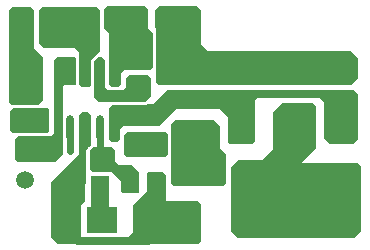
<source format=gbl>
G04*
G04 #@! TF.GenerationSoftware,Altium Limited,Altium Designer,20.2.3 (150)*
G04*
G04 Layer_Physical_Order=2*
G04 Layer_Color=16711680*
%FSLAX24Y24*%
%MOIN*%
G70*
G04*
G04 #@! TF.SameCoordinates,C58E96D0-57B0-4EE0-BF03-278DEEB4FD21*
G04*
G04*
G04 #@! TF.FilePolarity,Positive*
G04*
G01*
G75*
%ADD17C,0.0600*%
%ADD18R,0.0591X0.0591*%
%ADD19C,0.0591*%
%ADD20R,0.0886X0.0886*%
%ADD21C,0.0886*%
%ADD22C,0.0200*%
%ADD23O,0.0236X0.0866*%
%ADD24R,0.0500X0.0600*%
%ADD25R,0.0354X0.0512*%
%ADD26R,0.0600X0.0500*%
%ADD27R,0.0433X0.0630*%
%ADD28R,0.0512X0.0354*%
%ADD29R,0.0315X0.0315*%
%ADD30R,0.1200X0.0760*%
%ADD31R,0.0787X0.1181*%
%ADD32R,0.1000X0.0900*%
%ADD33R,0.2300X0.2200*%
%ADD34R,0.0720X0.0560*%
%ADD35C,0.0240*%
%ADD36C,0.0100*%
%ADD37C,0.0230*%
G36*
X6450Y7950D02*
Y6800D01*
X6500D01*
X6700Y6600D01*
X11450D01*
X11700Y6350D01*
Y5700D01*
X11450Y5450D01*
X5050D01*
X4950Y5550D01*
Y6040D01*
X4952Y6050D01*
Y7171D01*
X4950Y7181D01*
Y8000D01*
X5050Y8100D01*
X6300D01*
X6450Y7950D01*
D02*
G37*
G36*
X4682Y7989D02*
Y7339D01*
X4850Y7171D01*
Y6050D01*
X4750Y5950D01*
X3900D01*
X3800Y5850D01*
Y5500D01*
X3700Y5400D01*
X3500D01*
X3400Y5500D01*
Y7171D01*
X3232Y7339D01*
X3232Y7989D01*
X3332Y8089D01*
X4582D01*
X4682Y7989D01*
D02*
G37*
G36*
X3000Y8050D02*
X3100Y7950D01*
Y6600D01*
X2800Y6300D01*
Y5450D01*
X2750Y5400D01*
X2500D01*
X2400Y5500D01*
Y6550D01*
X2250Y6700D01*
X1200D01*
X1050Y6850D01*
Y7300D01*
X1050Y7950D01*
X1150Y8050D01*
X3000Y8050D01*
D02*
G37*
G36*
X3250Y6300D02*
Y5400D01*
X3350Y5300D01*
X3490D01*
X3500Y5298D01*
X3700D01*
X3710Y5300D01*
X3850D01*
X3950Y5400D01*
Y5700D01*
X4050Y5800D01*
X4700Y5800D01*
X4800Y5700D01*
Y5075D01*
X4625Y4900D01*
X3050D01*
X2900Y5050D01*
Y5440D01*
X2902Y5450D01*
Y6258D01*
X3044Y6400D01*
X3150D01*
X3250Y6300D01*
D02*
G37*
G36*
X900Y7950D02*
Y6700D01*
X1200Y6400D01*
Y4950D01*
X1050Y4800D01*
X150D01*
X50Y4900D01*
Y7950D01*
X150Y8050D01*
X800D01*
X900Y7950D01*
D02*
G37*
G36*
X1398Y4652D02*
Y4303D01*
X1406Y4265D01*
Y3906D01*
X1352Y3852D01*
X350D01*
X340Y3850D01*
X200D01*
X100Y3950D01*
Y4600D01*
X198Y4698D01*
X1050D01*
X1060Y4700D01*
X1350D01*
X1398Y4652D01*
D02*
G37*
G36*
X2298Y6352D02*
Y5500D01*
X2298Y5498D01*
X2250Y5450D01*
X1900D01*
X1850Y5400D01*
X1850Y3150D01*
X1600Y2900D01*
X350D01*
X250Y3000D01*
Y3650D01*
X350Y3750D01*
X1450Y3750D01*
X1488Y3788D01*
X1507D01*
Y3807D01*
X1550Y3850D01*
Y6300D01*
X1650Y6400D01*
X2250D01*
X2298Y6352D01*
D02*
G37*
G36*
X11700Y5150D02*
Y3650D01*
X11550Y3500D01*
X10750D01*
X10550Y3700D01*
Y4900D01*
X10400Y5050D01*
X8350D01*
X8250Y4950D01*
Y3600D01*
X8150Y3500D01*
X7400D01*
X7350Y3550D01*
Y4400D01*
X7100Y4650D01*
X5650D01*
X5070Y4070D01*
X5050D01*
X3870Y4070D01*
X3750Y3950D01*
Y3650D01*
X3650Y3550D01*
X3500D01*
X3400Y3650D01*
Y4690D01*
X3508Y4798D01*
X4625D01*
X4664Y4806D01*
X4685Y4820D01*
X4850D01*
X5350Y5300D01*
X11550D01*
X11700Y5150D01*
D02*
G37*
G36*
X5348Y3802D02*
Y3148D01*
X5250Y3050D01*
X4000D01*
X3900Y3150D01*
Y3800D01*
X4000Y3900D01*
X5250D01*
X5348Y3802D01*
D02*
G37*
G36*
X7100Y4100D02*
Y3350D01*
X7300Y3150D01*
Y2200D01*
X7200Y2100D01*
X5550D01*
X5450Y2200D01*
Y4150D01*
X5600Y4300D01*
X6900D01*
X7100Y4100D01*
D02*
G37*
G36*
X3600Y3275D02*
Y2900D01*
X3700Y2800D01*
X4150D01*
X4400Y2550D01*
Y1900D01*
X4350Y1850D01*
X3850D01*
X3800Y1900D01*
Y2250D01*
X3500Y2550D01*
X2850Y2550D01*
X2750Y2650D01*
X2750Y3256D01*
X2772Y3278D01*
X2780Y3290D01*
X2792Y3298D01*
X2872Y3378D01*
X2887Y3400D01*
X3475D01*
X3600Y3275D01*
D02*
G37*
G36*
X10300Y4750D02*
Y3350D01*
X9800Y2850D01*
X11050D01*
X11700Y2850D01*
X11800Y2750D01*
Y600D01*
X11550Y350D01*
X7700D01*
X7450Y600D01*
Y2700D01*
X7700Y2950D01*
X8500D01*
X8850Y3300D01*
Y4550D01*
X9150Y4850D01*
X10200D01*
X10300Y4750D01*
D02*
G37*
G36*
X2800Y4450D02*
X2800Y3454D01*
X2793Y3443D01*
X2727Y3377D01*
X2723Y3375D01*
X2719Y3370D01*
X2700D01*
Y3351D01*
X2695Y3347D01*
X2695Y3347D01*
X2693Y3343D01*
X2600Y3250D01*
X2600Y1600D01*
X2450Y1450D01*
Y400D01*
X4050D01*
X4200Y550D01*
X4200Y1450D01*
X4650Y1900D01*
Y2500D01*
X4700Y2550D01*
X5200D01*
X5300Y2450D01*
X5300Y1650D01*
X5300Y1625D01*
X5275Y1600D01*
X5340Y1600D01*
X6350Y1600D01*
X6450Y1500D01*
Y250D01*
X6350Y150D01*
X4200Y150D01*
X1700Y150D01*
X1450Y400D01*
Y2200D01*
X2400Y3150D01*
Y4450D01*
X2500Y4550D01*
X2700D01*
X2800Y4450D01*
D02*
G37*
D17*
X3100Y1000D02*
X3150Y950D01*
X3100Y1000D02*
Y1900D01*
X6250Y6180D02*
X6270Y6200D01*
X10716D02*
X10843Y6073D01*
X6270Y6200D02*
X10716D01*
X11045Y6073D02*
X11100Y6018D01*
X10843Y6073D02*
X11045D01*
D18*
X600Y5300D02*
D03*
D19*
Y4300D02*
D03*
Y3300D02*
D03*
Y2300D02*
D03*
D20*
X11100Y2081D02*
D03*
D21*
Y4050D02*
D03*
Y6018D02*
D03*
D22*
X2100Y3250D02*
D03*
X5250D02*
D03*
X4400Y6950D02*
D03*
X1244Y4585D02*
D03*
X7050Y2300D02*
D03*
X5150Y6050D02*
D03*
D23*
X3600Y4005D02*
D03*
X3100D02*
D03*
X2600D02*
D03*
X2100D02*
D03*
X3600Y5895D02*
D03*
X3100D02*
D03*
X2600D02*
D03*
X2100D02*
D03*
D24*
X1336Y7650D02*
D03*
X496D02*
D03*
X4330D02*
D03*
X5170D02*
D03*
X4955Y2175D02*
D03*
X4115D02*
D03*
D25*
X3574Y6800D02*
D03*
X2826D02*
D03*
D26*
X4400Y6320D02*
D03*
Y5480D02*
D03*
X3100Y2180D02*
D03*
Y3020D02*
D03*
D27*
X3559Y7650D02*
D03*
X2241D02*
D03*
D28*
X4266Y3676D02*
D03*
Y4424D02*
D03*
X5000D02*
D03*
Y3676D02*
D03*
D29*
X1250Y3455D02*
D03*
Y4045D02*
D03*
D30*
X6250Y6180D02*
D03*
Y3820D02*
D03*
D31*
X9700Y4150D02*
D03*
X7750D02*
D03*
D32*
X4850Y950D02*
D03*
X3150D02*
D03*
D33*
X8980Y1750D02*
D03*
D34*
X6000Y2525D02*
D03*
Y775D02*
D03*
D35*
X2100Y3250D02*
Y4005D01*
D36*
X4266Y3676D02*
X5000D01*
X3600Y5895D02*
Y6057D01*
X5023Y3676D02*
X5250Y3449D01*
Y3250D02*
Y3449D01*
X3100Y3020D02*
X3211Y2909D01*
X3491D01*
X3915Y2485D01*
Y2375D02*
Y2485D01*
Y2375D02*
X4115Y2175D01*
X5000Y3676D02*
X5023D01*
X1250Y3455D02*
X1750Y3955D01*
X1809Y5900D02*
X2095D01*
X1750Y5841D02*
X1809Y5900D01*
X1750Y3955D02*
Y5841D01*
X2250Y259D02*
Y1900D01*
X2550Y2200D02*
Y3563D01*
X2250Y1900D02*
X2550Y2200D01*
X2250Y259D02*
X2309Y200D01*
X4691D01*
X2574Y3587D02*
Y3627D01*
X2600Y3653D01*
X2550Y3563D02*
X2574Y3587D01*
X2600Y3653D02*
Y4005D01*
X4750Y259D02*
Y550D01*
X4691Y200D02*
X4750Y259D01*
X4975Y775D02*
X5025D01*
X4750Y550D02*
X4975Y775D01*
X6120Y6050D02*
X6250Y6180D01*
X5150Y6050D02*
X6120D01*
X4400Y6320D02*
Y6950D01*
X1244Y4152D02*
Y4585D01*
Y4152D02*
X1300Y4095D01*
X1250Y4045D02*
X1300Y4095D01*
X892Y4045D02*
X1250D01*
X637Y4300D02*
X892Y4045D01*
X600Y4300D02*
X637D01*
X6020Y2525D02*
X6825D01*
X6000D02*
X6020D01*
X6825D02*
X7050Y2300D01*
X6250Y6180D02*
X6411Y6018D01*
X6169Y6261D02*
Y7031D01*
X5370Y7400D02*
X5800D01*
X6169Y7031D01*
Y6261D02*
X6250Y6180D01*
X5170Y7600D02*
X5370Y7400D01*
X5170Y7600D02*
Y7650D01*
X2600Y5895D02*
Y6495D01*
X2826Y6721D01*
Y6800D01*
X3100Y5109D02*
Y5895D01*
Y5109D02*
X3159Y5050D01*
X4350Y5480D02*
X4400D01*
X3920Y5050D02*
X4350Y5480D01*
X3159Y5050D02*
X3920D01*
X7750Y4347D02*
Y5041D01*
X5300Y4724D02*
Y4941D01*
X7750Y4300D02*
Y4347D01*
X7406Y4690D02*
X7750Y4347D01*
X7359Y4690D02*
X7406D01*
X7050Y5000D02*
X7359Y4690D01*
X5359Y5000D02*
X7050D01*
X5300Y4941D02*
X5359Y5000D01*
X5000Y4424D02*
X5079D01*
X5206Y4551D01*
Y4630D01*
X5300Y4724D01*
X4114Y4270D02*
X4267Y4424D01*
X3600Y4005D02*
Y4207D01*
X3663Y4270D01*
X4114D01*
X4267Y4424D02*
X5000D01*
X4850Y950D02*
Y2070D01*
X4955Y2175D01*
X5025Y775D02*
X6000D01*
X4850Y950D02*
X5025Y775D01*
X6250Y2755D02*
Y3820D01*
X6020Y2525D02*
X6250Y2755D01*
X7809Y5100D02*
X11041D01*
X7750Y5041D02*
X7809Y5100D01*
X11100Y4050D02*
Y5041D01*
X11041Y5100D02*
X11100Y5041D01*
X8980Y1750D02*
Y3233D01*
X9700Y3953D01*
Y4150D01*
X9312Y2081D02*
X11100D01*
X8980Y1750D02*
X9312Y2081D01*
X2095Y5900D02*
X2100Y5895D01*
X600Y3300D02*
X647Y3347D01*
X1143D01*
X1250Y3455D01*
X3600Y6057D02*
Y6774D01*
X4200Y6120D02*
X4400Y6320D01*
X3663Y6120D02*
X4200D01*
X3600Y6057D02*
X3663Y6120D01*
X3574Y6800D02*
X3600Y6774D01*
X3574Y6800D02*
Y7635D01*
X3559Y7650D02*
X3574Y7635D01*
X3559Y7650D02*
X4330D01*
X2241Y7552D02*
Y7650D01*
Y7552D02*
X2699Y7093D01*
Y6927D02*
Y7093D01*
Y6927D02*
X2826Y6800D01*
X1336Y7650D02*
X2241D01*
X600Y5300D02*
Y7546D01*
X496Y7650D02*
X600Y7546D01*
D37*
X3100Y3020D02*
Y4005D01*
M02*

</source>
